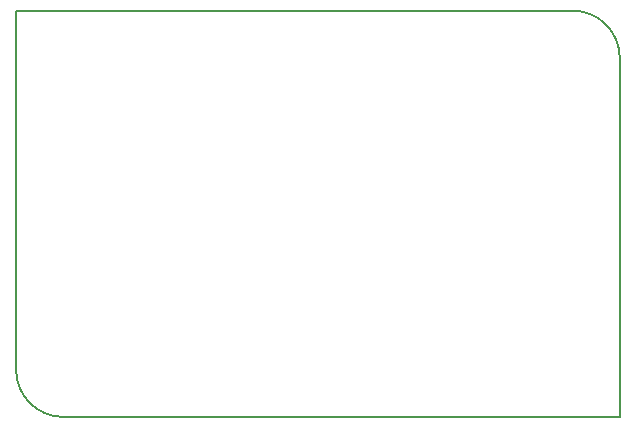
<source format=gm1>
G04 #@! TF.GenerationSoftware,KiCad,Pcbnew,(2016-12-15 revision b13c7e4)-master*
G04 #@! TF.CreationDate,2017-03-13T10:32:04-06:00*
G04 #@! TF.ProjectId,ToolHead_PCB,546F6F6C486561645F5043422E6B6963,0.7*
G04 #@! TF.FileFunction,Profile,NP*
%FSLAX46Y46*%
G04 Gerber Fmt 4.6, Leading zero omitted, Abs format (unit mm)*
G04 Created by KiCad (PCBNEW (2016-12-15 revision b13c7e4)-master) date Mon Mar 13 10:32:04 2017*
%MOMM*%
%LPD*%
G01*
G04 APERTURE LIST*
%ADD10C,0.100000*%
%ADD11C,0.150000*%
G04 APERTURE END LIST*
D10*
D11*
X121465000Y-109250000D02*
X168580000Y-109250000D01*
X168580000Y-78850000D02*
X168580000Y-109250000D01*
X117465000Y-105250000D02*
X117465000Y-74850000D01*
X164580000Y-74850000D02*
X117465000Y-74850000D01*
X168580000Y-78850000D02*
G75*
G03X164580000Y-74850000I-4000000J0D01*
G01*
X117465000Y-105250000D02*
G75*
G03X121465000Y-109250000I4000000J0D01*
G01*
M02*

</source>
